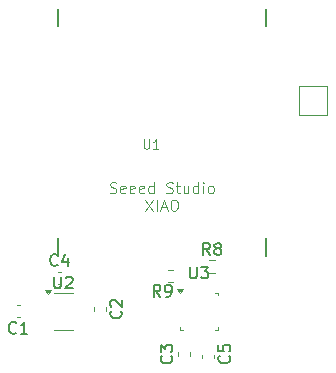
<source format=gbr>
%TF.GenerationSoftware,KiCad,Pcbnew,9.0.4*%
%TF.CreationDate,2025-11-03T10:18:42-05:00*%
%TF.ProjectId,Perpetuality,50657270-6574-4756-916c-6974792e6b69,rev?*%
%TF.SameCoordinates,Original*%
%TF.FileFunction,Legend,Top*%
%TF.FilePolarity,Positive*%
%FSLAX46Y46*%
G04 Gerber Fmt 4.6, Leading zero omitted, Abs format (unit mm)*
G04 Created by KiCad (PCBNEW 9.0.4) date 2025-11-03 10:18:42*
%MOMM*%
%LPD*%
G01*
G04 APERTURE LIST*
%ADD10C,0.150000*%
%ADD11C,0.106680*%
%ADD12C,0.080000*%
%ADD13C,0.120000*%
%ADD14C,0.127000*%
G04 APERTURE END LIST*
D10*
X70038095Y-86004819D02*
X70038095Y-86814342D01*
X70038095Y-86814342D02*
X70085714Y-86909580D01*
X70085714Y-86909580D02*
X70133333Y-86957200D01*
X70133333Y-86957200D02*
X70228571Y-87004819D01*
X70228571Y-87004819D02*
X70419047Y-87004819D01*
X70419047Y-87004819D02*
X70514285Y-86957200D01*
X70514285Y-86957200D02*
X70561904Y-86909580D01*
X70561904Y-86909580D02*
X70609523Y-86814342D01*
X70609523Y-86814342D02*
X70609523Y-86004819D01*
X70990476Y-86004819D02*
X71609523Y-86004819D01*
X71609523Y-86004819D02*
X71276190Y-86385771D01*
X71276190Y-86385771D02*
X71419047Y-86385771D01*
X71419047Y-86385771D02*
X71514285Y-86433390D01*
X71514285Y-86433390D02*
X71561904Y-86481009D01*
X71561904Y-86481009D02*
X71609523Y-86576247D01*
X71609523Y-86576247D02*
X71609523Y-86814342D01*
X71609523Y-86814342D02*
X71561904Y-86909580D01*
X71561904Y-86909580D02*
X71514285Y-86957200D01*
X71514285Y-86957200D02*
X71419047Y-87004819D01*
X71419047Y-87004819D02*
X71133333Y-87004819D01*
X71133333Y-87004819D02*
X71038095Y-86957200D01*
X71038095Y-86957200D02*
X70990476Y-86909580D01*
X71733333Y-85024819D02*
X71400000Y-84548628D01*
X71161905Y-85024819D02*
X71161905Y-84024819D01*
X71161905Y-84024819D02*
X71542857Y-84024819D01*
X71542857Y-84024819D02*
X71638095Y-84072438D01*
X71638095Y-84072438D02*
X71685714Y-84120057D01*
X71685714Y-84120057D02*
X71733333Y-84215295D01*
X71733333Y-84215295D02*
X71733333Y-84358152D01*
X71733333Y-84358152D02*
X71685714Y-84453390D01*
X71685714Y-84453390D02*
X71638095Y-84501009D01*
X71638095Y-84501009D02*
X71542857Y-84548628D01*
X71542857Y-84548628D02*
X71161905Y-84548628D01*
X72304762Y-84453390D02*
X72209524Y-84405771D01*
X72209524Y-84405771D02*
X72161905Y-84358152D01*
X72161905Y-84358152D02*
X72114286Y-84262914D01*
X72114286Y-84262914D02*
X72114286Y-84215295D01*
X72114286Y-84215295D02*
X72161905Y-84120057D01*
X72161905Y-84120057D02*
X72209524Y-84072438D01*
X72209524Y-84072438D02*
X72304762Y-84024819D01*
X72304762Y-84024819D02*
X72495238Y-84024819D01*
X72495238Y-84024819D02*
X72590476Y-84072438D01*
X72590476Y-84072438D02*
X72638095Y-84120057D01*
X72638095Y-84120057D02*
X72685714Y-84215295D01*
X72685714Y-84215295D02*
X72685714Y-84262914D01*
X72685714Y-84262914D02*
X72638095Y-84358152D01*
X72638095Y-84358152D02*
X72590476Y-84405771D01*
X72590476Y-84405771D02*
X72495238Y-84453390D01*
X72495238Y-84453390D02*
X72304762Y-84453390D01*
X72304762Y-84453390D02*
X72209524Y-84501009D01*
X72209524Y-84501009D02*
X72161905Y-84548628D01*
X72161905Y-84548628D02*
X72114286Y-84643866D01*
X72114286Y-84643866D02*
X72114286Y-84834342D01*
X72114286Y-84834342D02*
X72161905Y-84929580D01*
X72161905Y-84929580D02*
X72209524Y-84977200D01*
X72209524Y-84977200D02*
X72304762Y-85024819D01*
X72304762Y-85024819D02*
X72495238Y-85024819D01*
X72495238Y-85024819D02*
X72590476Y-84977200D01*
X72590476Y-84977200D02*
X72638095Y-84929580D01*
X72638095Y-84929580D02*
X72685714Y-84834342D01*
X72685714Y-84834342D02*
X72685714Y-84643866D01*
X72685714Y-84643866D02*
X72638095Y-84548628D01*
X72638095Y-84548628D02*
X72590476Y-84501009D01*
X72590476Y-84501009D02*
X72495238Y-84453390D01*
X68459580Y-93566666D02*
X68507200Y-93614285D01*
X68507200Y-93614285D02*
X68554819Y-93757142D01*
X68554819Y-93757142D02*
X68554819Y-93852380D01*
X68554819Y-93852380D02*
X68507200Y-93995237D01*
X68507200Y-93995237D02*
X68411961Y-94090475D01*
X68411961Y-94090475D02*
X68316723Y-94138094D01*
X68316723Y-94138094D02*
X68126247Y-94185713D01*
X68126247Y-94185713D02*
X67983390Y-94185713D01*
X67983390Y-94185713D02*
X67792914Y-94138094D01*
X67792914Y-94138094D02*
X67697676Y-94090475D01*
X67697676Y-94090475D02*
X67602438Y-93995237D01*
X67602438Y-93995237D02*
X67554819Y-93852380D01*
X67554819Y-93852380D02*
X67554819Y-93757142D01*
X67554819Y-93757142D02*
X67602438Y-93614285D01*
X67602438Y-93614285D02*
X67650057Y-93566666D01*
X67554819Y-93233332D02*
X67554819Y-92614285D01*
X67554819Y-92614285D02*
X67935771Y-92947618D01*
X67935771Y-92947618D02*
X67935771Y-92804761D01*
X67935771Y-92804761D02*
X67983390Y-92709523D01*
X67983390Y-92709523D02*
X68031009Y-92661904D01*
X68031009Y-92661904D02*
X68126247Y-92614285D01*
X68126247Y-92614285D02*
X68364342Y-92614285D01*
X68364342Y-92614285D02*
X68459580Y-92661904D01*
X68459580Y-92661904D02*
X68507200Y-92709523D01*
X68507200Y-92709523D02*
X68554819Y-92804761D01*
X68554819Y-92804761D02*
X68554819Y-93090475D01*
X68554819Y-93090475D02*
X68507200Y-93185713D01*
X68507200Y-93185713D02*
X68459580Y-93233332D01*
X58538095Y-86854819D02*
X58538095Y-87664342D01*
X58538095Y-87664342D02*
X58585714Y-87759580D01*
X58585714Y-87759580D02*
X58633333Y-87807200D01*
X58633333Y-87807200D02*
X58728571Y-87854819D01*
X58728571Y-87854819D02*
X58919047Y-87854819D01*
X58919047Y-87854819D02*
X59014285Y-87807200D01*
X59014285Y-87807200D02*
X59061904Y-87759580D01*
X59061904Y-87759580D02*
X59109523Y-87664342D01*
X59109523Y-87664342D02*
X59109523Y-86854819D01*
X59538095Y-86950057D02*
X59585714Y-86902438D01*
X59585714Y-86902438D02*
X59680952Y-86854819D01*
X59680952Y-86854819D02*
X59919047Y-86854819D01*
X59919047Y-86854819D02*
X60014285Y-86902438D01*
X60014285Y-86902438D02*
X60061904Y-86950057D01*
X60061904Y-86950057D02*
X60109523Y-87045295D01*
X60109523Y-87045295D02*
X60109523Y-87140533D01*
X60109523Y-87140533D02*
X60061904Y-87283390D01*
X60061904Y-87283390D02*
X59490476Y-87854819D01*
X59490476Y-87854819D02*
X60109523Y-87854819D01*
X58833333Y-85859580D02*
X58785714Y-85907200D01*
X58785714Y-85907200D02*
X58642857Y-85954819D01*
X58642857Y-85954819D02*
X58547619Y-85954819D01*
X58547619Y-85954819D02*
X58404762Y-85907200D01*
X58404762Y-85907200D02*
X58309524Y-85811961D01*
X58309524Y-85811961D02*
X58261905Y-85716723D01*
X58261905Y-85716723D02*
X58214286Y-85526247D01*
X58214286Y-85526247D02*
X58214286Y-85383390D01*
X58214286Y-85383390D02*
X58261905Y-85192914D01*
X58261905Y-85192914D02*
X58309524Y-85097676D01*
X58309524Y-85097676D02*
X58404762Y-85002438D01*
X58404762Y-85002438D02*
X58547619Y-84954819D01*
X58547619Y-84954819D02*
X58642857Y-84954819D01*
X58642857Y-84954819D02*
X58785714Y-85002438D01*
X58785714Y-85002438D02*
X58833333Y-85050057D01*
X59690476Y-85288152D02*
X59690476Y-85954819D01*
X59452381Y-84907200D02*
X59214286Y-85621485D01*
X59214286Y-85621485D02*
X59833333Y-85621485D01*
D11*
X66141950Y-75240391D02*
X66141950Y-75873698D01*
X66141950Y-75873698D02*
X66179204Y-75948204D01*
X66179204Y-75948204D02*
X66216457Y-75985458D01*
X66216457Y-75985458D02*
X66290964Y-76022711D01*
X66290964Y-76022711D02*
X66439977Y-76022711D01*
X66439977Y-76022711D02*
X66514484Y-75985458D01*
X66514484Y-75985458D02*
X66551737Y-75948204D01*
X66551737Y-75948204D02*
X66588990Y-75873698D01*
X66588990Y-75873698D02*
X66588990Y-75240391D01*
X67371310Y-76022711D02*
X66924270Y-76022711D01*
X67147790Y-76022711D02*
X67147790Y-75240391D01*
X67147790Y-75240391D02*
X67073283Y-75352151D01*
X67073283Y-75352151D02*
X66998777Y-75426658D01*
X66998777Y-75426658D02*
X66924270Y-75463911D01*
D12*
X63282549Y-79737066D02*
X63413977Y-79780875D01*
X63413977Y-79780875D02*
X63633025Y-79780875D01*
X63633025Y-79780875D02*
X63720644Y-79737066D01*
X63720644Y-79737066D02*
X63764453Y-79693256D01*
X63764453Y-79693256D02*
X63808263Y-79605637D01*
X63808263Y-79605637D02*
X63808263Y-79518018D01*
X63808263Y-79518018D02*
X63764453Y-79430399D01*
X63764453Y-79430399D02*
X63720644Y-79386589D01*
X63720644Y-79386589D02*
X63633025Y-79342780D01*
X63633025Y-79342780D02*
X63457787Y-79298970D01*
X63457787Y-79298970D02*
X63370168Y-79255161D01*
X63370168Y-79255161D02*
X63326358Y-79211351D01*
X63326358Y-79211351D02*
X63282549Y-79123732D01*
X63282549Y-79123732D02*
X63282549Y-79036113D01*
X63282549Y-79036113D02*
X63326358Y-78948494D01*
X63326358Y-78948494D02*
X63370168Y-78904685D01*
X63370168Y-78904685D02*
X63457787Y-78860875D01*
X63457787Y-78860875D02*
X63676834Y-78860875D01*
X63676834Y-78860875D02*
X63808263Y-78904685D01*
X64553024Y-79737066D02*
X64465405Y-79780875D01*
X64465405Y-79780875D02*
X64290167Y-79780875D01*
X64290167Y-79780875D02*
X64202548Y-79737066D01*
X64202548Y-79737066D02*
X64158739Y-79649446D01*
X64158739Y-79649446D02*
X64158739Y-79298970D01*
X64158739Y-79298970D02*
X64202548Y-79211351D01*
X64202548Y-79211351D02*
X64290167Y-79167542D01*
X64290167Y-79167542D02*
X64465405Y-79167542D01*
X64465405Y-79167542D02*
X64553024Y-79211351D01*
X64553024Y-79211351D02*
X64596834Y-79298970D01*
X64596834Y-79298970D02*
X64596834Y-79386589D01*
X64596834Y-79386589D02*
X64158739Y-79474208D01*
X65341595Y-79737066D02*
X65253976Y-79780875D01*
X65253976Y-79780875D02*
X65078738Y-79780875D01*
X65078738Y-79780875D02*
X64991119Y-79737066D01*
X64991119Y-79737066D02*
X64947310Y-79649446D01*
X64947310Y-79649446D02*
X64947310Y-79298970D01*
X64947310Y-79298970D02*
X64991119Y-79211351D01*
X64991119Y-79211351D02*
X65078738Y-79167542D01*
X65078738Y-79167542D02*
X65253976Y-79167542D01*
X65253976Y-79167542D02*
X65341595Y-79211351D01*
X65341595Y-79211351D02*
X65385405Y-79298970D01*
X65385405Y-79298970D02*
X65385405Y-79386589D01*
X65385405Y-79386589D02*
X64947310Y-79474208D01*
X66130166Y-79737066D02*
X66042547Y-79780875D01*
X66042547Y-79780875D02*
X65867309Y-79780875D01*
X65867309Y-79780875D02*
X65779690Y-79737066D01*
X65779690Y-79737066D02*
X65735881Y-79649446D01*
X65735881Y-79649446D02*
X65735881Y-79298970D01*
X65735881Y-79298970D02*
X65779690Y-79211351D01*
X65779690Y-79211351D02*
X65867309Y-79167542D01*
X65867309Y-79167542D02*
X66042547Y-79167542D01*
X66042547Y-79167542D02*
X66130166Y-79211351D01*
X66130166Y-79211351D02*
X66173976Y-79298970D01*
X66173976Y-79298970D02*
X66173976Y-79386589D01*
X66173976Y-79386589D02*
X65735881Y-79474208D01*
X66962547Y-79780875D02*
X66962547Y-78860875D01*
X66962547Y-79737066D02*
X66874928Y-79780875D01*
X66874928Y-79780875D02*
X66699690Y-79780875D01*
X66699690Y-79780875D02*
X66612071Y-79737066D01*
X66612071Y-79737066D02*
X66568261Y-79693256D01*
X66568261Y-79693256D02*
X66524452Y-79605637D01*
X66524452Y-79605637D02*
X66524452Y-79342780D01*
X66524452Y-79342780D02*
X66568261Y-79255161D01*
X66568261Y-79255161D02*
X66612071Y-79211351D01*
X66612071Y-79211351D02*
X66699690Y-79167542D01*
X66699690Y-79167542D02*
X66874928Y-79167542D01*
X66874928Y-79167542D02*
X66962547Y-79211351D01*
X68057785Y-79737066D02*
X68189213Y-79780875D01*
X68189213Y-79780875D02*
X68408261Y-79780875D01*
X68408261Y-79780875D02*
X68495880Y-79737066D01*
X68495880Y-79737066D02*
X68539689Y-79693256D01*
X68539689Y-79693256D02*
X68583499Y-79605637D01*
X68583499Y-79605637D02*
X68583499Y-79518018D01*
X68583499Y-79518018D02*
X68539689Y-79430399D01*
X68539689Y-79430399D02*
X68495880Y-79386589D01*
X68495880Y-79386589D02*
X68408261Y-79342780D01*
X68408261Y-79342780D02*
X68233023Y-79298970D01*
X68233023Y-79298970D02*
X68145404Y-79255161D01*
X68145404Y-79255161D02*
X68101594Y-79211351D01*
X68101594Y-79211351D02*
X68057785Y-79123732D01*
X68057785Y-79123732D02*
X68057785Y-79036113D01*
X68057785Y-79036113D02*
X68101594Y-78948494D01*
X68101594Y-78948494D02*
X68145404Y-78904685D01*
X68145404Y-78904685D02*
X68233023Y-78860875D01*
X68233023Y-78860875D02*
X68452070Y-78860875D01*
X68452070Y-78860875D02*
X68583499Y-78904685D01*
X68846356Y-79167542D02*
X69196832Y-79167542D01*
X68977784Y-78860875D02*
X68977784Y-79649446D01*
X68977784Y-79649446D02*
X69021594Y-79737066D01*
X69021594Y-79737066D02*
X69109213Y-79780875D01*
X69109213Y-79780875D02*
X69196832Y-79780875D01*
X69897784Y-79167542D02*
X69897784Y-79780875D01*
X69503498Y-79167542D02*
X69503498Y-79649446D01*
X69503498Y-79649446D02*
X69547308Y-79737066D01*
X69547308Y-79737066D02*
X69634927Y-79780875D01*
X69634927Y-79780875D02*
X69766355Y-79780875D01*
X69766355Y-79780875D02*
X69853974Y-79737066D01*
X69853974Y-79737066D02*
X69897784Y-79693256D01*
X70730165Y-79780875D02*
X70730165Y-78860875D01*
X70730165Y-79737066D02*
X70642546Y-79780875D01*
X70642546Y-79780875D02*
X70467308Y-79780875D01*
X70467308Y-79780875D02*
X70379689Y-79737066D01*
X70379689Y-79737066D02*
X70335879Y-79693256D01*
X70335879Y-79693256D02*
X70292070Y-79605637D01*
X70292070Y-79605637D02*
X70292070Y-79342780D01*
X70292070Y-79342780D02*
X70335879Y-79255161D01*
X70335879Y-79255161D02*
X70379689Y-79211351D01*
X70379689Y-79211351D02*
X70467308Y-79167542D01*
X70467308Y-79167542D02*
X70642546Y-79167542D01*
X70642546Y-79167542D02*
X70730165Y-79211351D01*
X71168260Y-79780875D02*
X71168260Y-79167542D01*
X71168260Y-78860875D02*
X71124451Y-78904685D01*
X71124451Y-78904685D02*
X71168260Y-78948494D01*
X71168260Y-78948494D02*
X71212070Y-78904685D01*
X71212070Y-78904685D02*
X71168260Y-78860875D01*
X71168260Y-78860875D02*
X71168260Y-78948494D01*
X71737784Y-79780875D02*
X71650165Y-79737066D01*
X71650165Y-79737066D02*
X71606355Y-79693256D01*
X71606355Y-79693256D02*
X71562546Y-79605637D01*
X71562546Y-79605637D02*
X71562546Y-79342780D01*
X71562546Y-79342780D02*
X71606355Y-79255161D01*
X71606355Y-79255161D02*
X71650165Y-79211351D01*
X71650165Y-79211351D02*
X71737784Y-79167542D01*
X71737784Y-79167542D02*
X71869212Y-79167542D01*
X71869212Y-79167542D02*
X71956831Y-79211351D01*
X71956831Y-79211351D02*
X72000641Y-79255161D01*
X72000641Y-79255161D02*
X72044450Y-79342780D01*
X72044450Y-79342780D02*
X72044450Y-79605637D01*
X72044450Y-79605637D02*
X72000641Y-79693256D01*
X72000641Y-79693256D02*
X71956831Y-79737066D01*
X71956831Y-79737066D02*
X71869212Y-79780875D01*
X71869212Y-79780875D02*
X71737784Y-79780875D01*
X66261595Y-80342023D02*
X66874928Y-81262023D01*
X66874928Y-80342023D02*
X66261595Y-81262023D01*
X67225404Y-81262023D02*
X67225404Y-80342023D01*
X67619690Y-80999166D02*
X68057785Y-80999166D01*
X67532071Y-81262023D02*
X67838737Y-80342023D01*
X67838737Y-80342023D02*
X68145404Y-81262023D01*
X68627308Y-80342023D02*
X68802546Y-80342023D01*
X68802546Y-80342023D02*
X68890165Y-80385833D01*
X68890165Y-80385833D02*
X68977784Y-80473452D01*
X68977784Y-80473452D02*
X69021594Y-80648690D01*
X69021594Y-80648690D02*
X69021594Y-80955356D01*
X69021594Y-80955356D02*
X68977784Y-81130594D01*
X68977784Y-81130594D02*
X68890165Y-81218214D01*
X68890165Y-81218214D02*
X68802546Y-81262023D01*
X68802546Y-81262023D02*
X68627308Y-81262023D01*
X68627308Y-81262023D02*
X68539689Y-81218214D01*
X68539689Y-81218214D02*
X68452070Y-81130594D01*
X68452070Y-81130594D02*
X68408261Y-80955356D01*
X68408261Y-80955356D02*
X68408261Y-80648690D01*
X68408261Y-80648690D02*
X68452070Y-80473452D01*
X68452070Y-80473452D02*
X68539689Y-80385833D01*
X68539689Y-80385833D02*
X68627308Y-80342023D01*
D10*
X73359580Y-93566666D02*
X73407200Y-93614285D01*
X73407200Y-93614285D02*
X73454819Y-93757142D01*
X73454819Y-93757142D02*
X73454819Y-93852380D01*
X73454819Y-93852380D02*
X73407200Y-93995237D01*
X73407200Y-93995237D02*
X73311961Y-94090475D01*
X73311961Y-94090475D02*
X73216723Y-94138094D01*
X73216723Y-94138094D02*
X73026247Y-94185713D01*
X73026247Y-94185713D02*
X72883390Y-94185713D01*
X72883390Y-94185713D02*
X72692914Y-94138094D01*
X72692914Y-94138094D02*
X72597676Y-94090475D01*
X72597676Y-94090475D02*
X72502438Y-93995237D01*
X72502438Y-93995237D02*
X72454819Y-93852380D01*
X72454819Y-93852380D02*
X72454819Y-93757142D01*
X72454819Y-93757142D02*
X72502438Y-93614285D01*
X72502438Y-93614285D02*
X72550057Y-93566666D01*
X72454819Y-92661904D02*
X72454819Y-93138094D01*
X72454819Y-93138094D02*
X72931009Y-93185713D01*
X72931009Y-93185713D02*
X72883390Y-93138094D01*
X72883390Y-93138094D02*
X72835771Y-93042856D01*
X72835771Y-93042856D02*
X72835771Y-92804761D01*
X72835771Y-92804761D02*
X72883390Y-92709523D01*
X72883390Y-92709523D02*
X72931009Y-92661904D01*
X72931009Y-92661904D02*
X73026247Y-92614285D01*
X73026247Y-92614285D02*
X73264342Y-92614285D01*
X73264342Y-92614285D02*
X73359580Y-92661904D01*
X73359580Y-92661904D02*
X73407200Y-92709523D01*
X73407200Y-92709523D02*
X73454819Y-92804761D01*
X73454819Y-92804761D02*
X73454819Y-93042856D01*
X73454819Y-93042856D02*
X73407200Y-93138094D01*
X73407200Y-93138094D02*
X73359580Y-93185713D01*
X67533333Y-88554819D02*
X67200000Y-88078628D01*
X66961905Y-88554819D02*
X66961905Y-87554819D01*
X66961905Y-87554819D02*
X67342857Y-87554819D01*
X67342857Y-87554819D02*
X67438095Y-87602438D01*
X67438095Y-87602438D02*
X67485714Y-87650057D01*
X67485714Y-87650057D02*
X67533333Y-87745295D01*
X67533333Y-87745295D02*
X67533333Y-87888152D01*
X67533333Y-87888152D02*
X67485714Y-87983390D01*
X67485714Y-87983390D02*
X67438095Y-88031009D01*
X67438095Y-88031009D02*
X67342857Y-88078628D01*
X67342857Y-88078628D02*
X66961905Y-88078628D01*
X68009524Y-88554819D02*
X68200000Y-88554819D01*
X68200000Y-88554819D02*
X68295238Y-88507200D01*
X68295238Y-88507200D02*
X68342857Y-88459580D01*
X68342857Y-88459580D02*
X68438095Y-88316723D01*
X68438095Y-88316723D02*
X68485714Y-88126247D01*
X68485714Y-88126247D02*
X68485714Y-87745295D01*
X68485714Y-87745295D02*
X68438095Y-87650057D01*
X68438095Y-87650057D02*
X68390476Y-87602438D01*
X68390476Y-87602438D02*
X68295238Y-87554819D01*
X68295238Y-87554819D02*
X68104762Y-87554819D01*
X68104762Y-87554819D02*
X68009524Y-87602438D01*
X68009524Y-87602438D02*
X67961905Y-87650057D01*
X67961905Y-87650057D02*
X67914286Y-87745295D01*
X67914286Y-87745295D02*
X67914286Y-87983390D01*
X67914286Y-87983390D02*
X67961905Y-88078628D01*
X67961905Y-88078628D02*
X68009524Y-88126247D01*
X68009524Y-88126247D02*
X68104762Y-88173866D01*
X68104762Y-88173866D02*
X68295238Y-88173866D01*
X68295238Y-88173866D02*
X68390476Y-88126247D01*
X68390476Y-88126247D02*
X68438095Y-88078628D01*
X68438095Y-88078628D02*
X68485714Y-87983390D01*
X55333333Y-91589580D02*
X55285714Y-91637200D01*
X55285714Y-91637200D02*
X55142857Y-91684819D01*
X55142857Y-91684819D02*
X55047619Y-91684819D01*
X55047619Y-91684819D02*
X54904762Y-91637200D01*
X54904762Y-91637200D02*
X54809524Y-91541961D01*
X54809524Y-91541961D02*
X54761905Y-91446723D01*
X54761905Y-91446723D02*
X54714286Y-91256247D01*
X54714286Y-91256247D02*
X54714286Y-91113390D01*
X54714286Y-91113390D02*
X54761905Y-90922914D01*
X54761905Y-90922914D02*
X54809524Y-90827676D01*
X54809524Y-90827676D02*
X54904762Y-90732438D01*
X54904762Y-90732438D02*
X55047619Y-90684819D01*
X55047619Y-90684819D02*
X55142857Y-90684819D01*
X55142857Y-90684819D02*
X55285714Y-90732438D01*
X55285714Y-90732438D02*
X55333333Y-90780057D01*
X56285714Y-91684819D02*
X55714286Y-91684819D01*
X56000000Y-91684819D02*
X56000000Y-90684819D01*
X56000000Y-90684819D02*
X55904762Y-90827676D01*
X55904762Y-90827676D02*
X55809524Y-90922914D01*
X55809524Y-90922914D02*
X55714286Y-90970533D01*
X64189580Y-89766666D02*
X64237200Y-89814285D01*
X64237200Y-89814285D02*
X64284819Y-89957142D01*
X64284819Y-89957142D02*
X64284819Y-90052380D01*
X64284819Y-90052380D02*
X64237200Y-90195237D01*
X64237200Y-90195237D02*
X64141961Y-90290475D01*
X64141961Y-90290475D02*
X64046723Y-90338094D01*
X64046723Y-90338094D02*
X63856247Y-90385713D01*
X63856247Y-90385713D02*
X63713390Y-90385713D01*
X63713390Y-90385713D02*
X63522914Y-90338094D01*
X63522914Y-90338094D02*
X63427676Y-90290475D01*
X63427676Y-90290475D02*
X63332438Y-90195237D01*
X63332438Y-90195237D02*
X63284819Y-90052380D01*
X63284819Y-90052380D02*
X63284819Y-89957142D01*
X63284819Y-89957142D02*
X63332438Y-89814285D01*
X63332438Y-89814285D02*
X63380057Y-89766666D01*
X63380057Y-89385713D02*
X63332438Y-89338094D01*
X63332438Y-89338094D02*
X63284819Y-89242856D01*
X63284819Y-89242856D02*
X63284819Y-89004761D01*
X63284819Y-89004761D02*
X63332438Y-88909523D01*
X63332438Y-88909523D02*
X63380057Y-88861904D01*
X63380057Y-88861904D02*
X63475295Y-88814285D01*
X63475295Y-88814285D02*
X63570533Y-88814285D01*
X63570533Y-88814285D02*
X63713390Y-88861904D01*
X63713390Y-88861904D02*
X64284819Y-89433332D01*
X64284819Y-89433332D02*
X64284819Y-88814285D01*
D13*
%TO.C,J1*%
X81662500Y-73145000D02*
X79262500Y-73145000D01*
X81662500Y-70745000D02*
X81662500Y-73145000D01*
X79262500Y-73145000D02*
X79262500Y-70745000D01*
X79262500Y-70745000D02*
X81662500Y-70745000D01*
%TO.C,U3*%
X69200000Y-91400000D02*
X69200000Y-91150000D01*
X69200000Y-91400000D02*
X69450000Y-91400000D01*
X72400000Y-88200000D02*
X72150000Y-88200000D01*
X72400000Y-88200000D02*
X72400000Y-88450000D01*
X72400000Y-91400000D02*
X72150000Y-91400000D01*
X72400000Y-91400000D02*
X72400000Y-91150000D01*
X69200000Y-88200000D02*
X68960000Y-87870000D01*
X69440000Y-87870000D01*
X69200000Y-88200000D01*
G36*
X69200000Y-88200000D02*
G01*
X68960000Y-87870000D01*
X69440000Y-87870000D01*
X69200000Y-88200000D01*
G37*
%TO.C,R8*%
X71662742Y-85477500D02*
X72137258Y-85477500D01*
X71662742Y-86522500D02*
X72137258Y-86522500D01*
%TO.C,C3*%
X68990000Y-93259420D02*
X68990000Y-93540580D01*
X70010000Y-93259420D02*
X70010000Y-93540580D01*
%TO.C,U2*%
X59300000Y-88240000D02*
X58500000Y-88240000D01*
X59300000Y-88240000D02*
X60100000Y-88240000D01*
X59300000Y-91360000D02*
X58500000Y-91360000D01*
X59300000Y-91360000D02*
X60100000Y-91360000D01*
X58000000Y-88290000D02*
X57760000Y-87960000D01*
X58240000Y-87960000D01*
X58000000Y-88290000D01*
G36*
X58000000Y-88290000D02*
G01*
X57760000Y-87960000D01*
X58240000Y-87960000D01*
X58000000Y-88290000D01*
G37*
%TO.C,C4*%
X59140580Y-86490000D02*
X58859420Y-86490000D01*
X59140580Y-87510000D02*
X58859420Y-87510000D01*
D14*
%TO.C,U1*%
X58863500Y-64200000D02*
X58863500Y-65600000D01*
X58863500Y-85100000D02*
X58863500Y-83600000D01*
X76463500Y-64200000D02*
X76463500Y-65600000D01*
X76463500Y-85100000D02*
X76463500Y-83600000D01*
D13*
%TO.C,C5*%
X71090000Y-93459420D02*
X71090000Y-93740580D01*
X72110000Y-93459420D02*
X72110000Y-93740580D01*
%TO.C,R9*%
X68637258Y-86277500D02*
X68162742Y-86277500D01*
X68637258Y-87322500D02*
X68162742Y-87322500D01*
%TO.C,C1*%
X55640580Y-89290000D02*
X55359420Y-89290000D01*
X55640580Y-90310000D02*
X55359420Y-90310000D01*
%TO.C,C2*%
X61890000Y-89459420D02*
X61890000Y-89740580D01*
X62910000Y-89459420D02*
X62910000Y-89740580D01*
%TD*%
M02*

</source>
